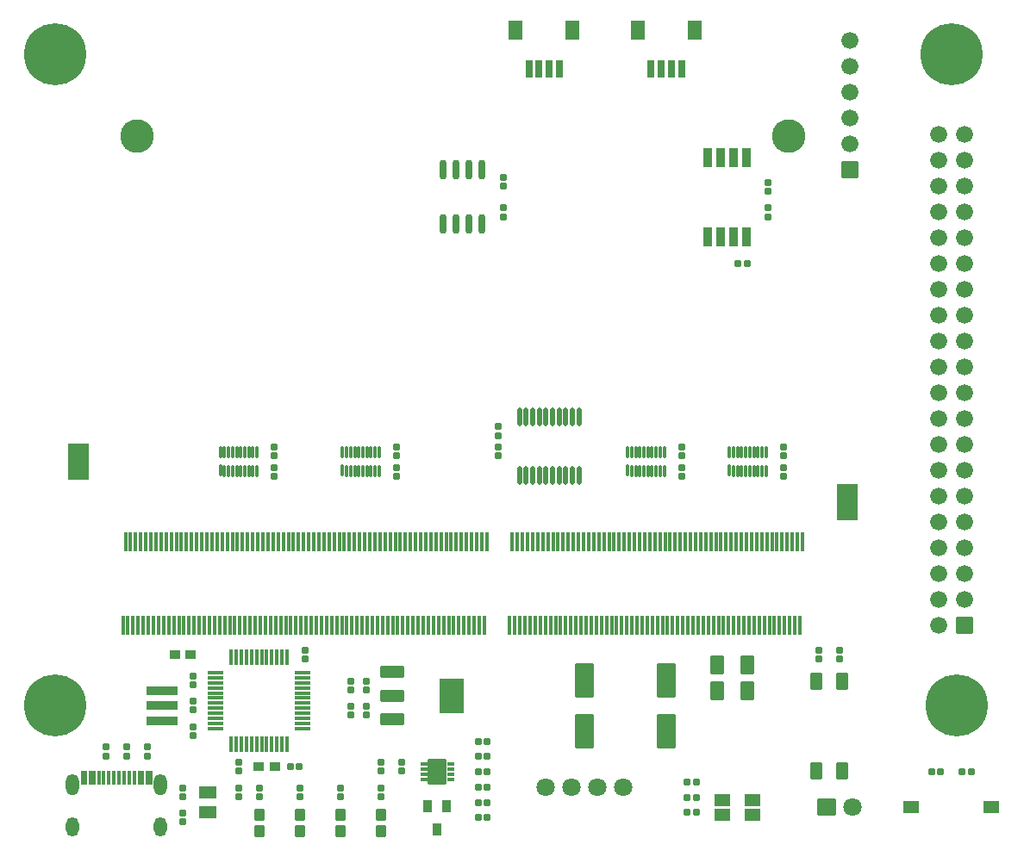
<source format=gts>
G04 Layer: TopSolderMaskLayer*
G04 EasyEDA v6.5.22, 2022-12-22 19:42:36*
G04 63d54b84b90b4e81b1216e971f4bcc08,b137401b17fb4d15a04862e99c0880a0,10*
G04 Gerber Generator version 0.2*
G04 Scale: 100 percent, Rotated: No, Reflected: No *
G04 Dimensions in millimeters *
G04 leading zeros omitted , absolute positions ,4 integer and 5 decimal *
%FSLAX45Y45*%
%MOMM*%

%AMMACRO1*1,1,$1,$2,$3*1,1,$1,$4,$5*1,1,$1,0-$2,0-$3*1,1,$1,0-$4,0-$5*20,1,$1,$2,$3,$4,$5,0*20,1,$1,$4,$5,0-$2,0-$3,0*20,1,$1,0-$2,0-$3,0-$4,0-$5,0*20,1,$1,0-$4,0-$5,$2,$3,0*4,1,4,$2,$3,$4,$5,0-$2,0-$3,0-$4,0-$5,$2,$3,0*%
%ADD10MACRO1,0.1016X-1X1.75X1X1.75*%
%ADD11MACRO1,0.1016X-0.15X0.9X0.15X0.9*%
%ADD12MACRO1,0.1X-0.15X0.65X0.15X0.65*%
%ADD13O,1.3015976000000002X1.9015964*%
%ADD14O,1.3015976000000002X2.1015960000000002*%
%ADD15MACRO1,0.1016X-0.55X-0.762X-0.55X0.762*%
%ADD16MACRO1,0.1016X0.75X-0.5X-0.75X-0.5*%
%ADD17MACRO1,0.1016X0.27X-0.2828X-0.27X-0.2828*%
%ADD18MACRO1,0.1016X0.27X0.2828X-0.27X0.2828*%
%ADD19MACRO1,0.1016X0.4X0.5X0.4X-0.5*%
%ADD20MACRO1,0.2032X0.775X0.5X0.775X-0.5*%
%ADD21MACRO1,0.2032X1.075X0.475X1.075X-0.475*%
%ADD22MACRO1,0.2032X1.1X1.625X1.1X-1.625*%
%ADD23MACRO1,0.1016X-0.27X0.2828X0.27X0.2828*%
%ADD24MACRO1,0.1016X-0.27X-0.2828X0.27X-0.2828*%
%ADD25MACRO1,0.1016X-0.2828X-0.27X-0.2828X0.27*%
%ADD26MACRO1,0.1016X0.2828X-0.27X0.2828X0.27*%
%ADD27MACRO1,0.1016X0.2828X0.27X0.2828X-0.27*%
%ADD28MACRO1,0.1016X-0.2828X0.27X-0.2828X-0.27*%
%ADD29MACRO1,0.2032X-0.4X-0.45X-0.4X0.45*%
%ADD30MACRO1,0.1016X-0.85X0.7874X0.85X0.7874*%
%ADD31C,1.8016*%
%ADD32MACRO1,0.1016X-0.7874X-0.7874X-0.7874X0.7874*%
%ADD33C,1.6764*%
%ADD34MACRO1,0.1016X0.3X-0.775X-0.3X-0.775*%
%ADD35MACRO1,0.1016X0.6X-0.9X-0.6X-0.9*%
%ADD36MACRO1,0.1016X0.45X-0.4X-0.45X-0.4*%
%ADD37MACRO1,0.1016X-0.45X0.4X0.45X0.4*%
%ADD38MACRO1,0.1016X-0.6038X-0.8505X-0.6038X0.8505*%
%ADD39MACRO1,0.1016X0.6038X-0.8505X0.6038X0.8505*%
%ADD40MACRO1,0.2032X0.8X1.6X0.8X-1.6*%
%ADD41O,0.3700272X1.6000222*%
%ADD42O,1.6000222X0.3700272*%
%ADD43O,0.4656074X1.8436082*%
%ADD44MACRO1,0.1016X-0.75X-0.5X-0.75X0.5*%
%ADD45MACRO1,0.1016X0.85X1.2X0.85X-1.2*%
%ADD46MACRO1,0.1016X0.25X0.15X0.25X-0.15*%
%ADD47MACRO1,0.1X1.5X0.35X1.5X-0.35*%
%ADD48MACRO1,0.1016X-0.1X0.55X0.1X0.55*%
%ADD49MACRO1,0.1016X-0.1X0.5X0.1X0.5*%
%ADD50O,0.7315962X1.9665949999999999*%
%ADD51MACRO1,0.1X0.35X-0.9X-0.35X-0.9*%
%ADD52C,6.1016*%
%ADD53C,3.3016*%
%ADD54C,0.0129*%

%LPD*%
D10*
G01*
X3775011Y-1599991D03*
G01*
X-3774986Y-1199992D03*
D11*
G01*
X3337516Y-1989988D03*
G01*
X3312497Y-2810001D03*
G01*
X3287504Y-1989988D03*
G01*
X3262485Y-2810001D03*
G01*
X3237517Y-1989988D03*
G01*
X3212498Y-2810001D03*
G01*
X3187504Y-1989988D03*
G01*
X3162485Y-2810001D03*
G01*
X3137517Y-1989988D03*
G01*
X3112498Y-2810001D03*
G01*
X3087504Y-1989988D03*
G01*
X3062485Y-2810001D03*
G01*
X3037517Y-1989988D03*
G01*
X3012498Y-2810001D03*
G01*
X2987504Y-1989988D03*
G01*
X2962485Y-2810001D03*
G01*
X2937517Y-1989988D03*
G01*
X2912498Y-2810001D03*
G01*
X2887505Y-1989988D03*
G01*
X2862486Y-2810001D03*
G01*
X2837517Y-1989988D03*
G01*
X2812498Y-2810001D03*
G01*
X2787505Y-1989988D03*
G01*
X2762486Y-2810001D03*
G01*
X2737518Y-1989988D03*
G01*
X2712499Y-2810001D03*
G01*
X2687505Y-1989988D03*
G01*
X2662486Y-2810001D03*
G01*
X2637518Y-1989988D03*
G01*
X2612499Y-2810001D03*
G01*
X2587505Y-1989988D03*
G01*
X2562486Y-2810001D03*
G01*
X2537518Y-1989988D03*
G01*
X2512499Y-2810001D03*
G01*
X2487505Y-1989988D03*
G01*
X2462486Y-2810001D03*
G01*
X2437518Y-1989988D03*
G01*
X2412499Y-2810001D03*
G01*
X2387506Y-1989988D03*
G01*
X2362487Y-2810001D03*
G01*
X2337518Y-1989988D03*
G01*
X2312499Y-2810001D03*
G01*
X2287506Y-1989988D03*
G01*
X2262487Y-2810001D03*
G01*
X2237493Y-1989988D03*
G01*
X2212474Y-2810001D03*
G01*
X2187506Y-1989988D03*
G01*
X2162487Y-2810001D03*
G01*
X2137519Y-1989988D03*
G01*
X2112500Y-2810001D03*
G01*
X2087506Y-1989988D03*
G01*
X2062487Y-2810001D03*
G01*
X2037519Y-1989988D03*
G01*
X2012500Y-2810001D03*
G01*
X1987506Y-1989988D03*
G01*
X1962487Y-2810001D03*
G01*
X1937494Y-1989988D03*
G01*
X1912475Y-2810001D03*
G01*
X1887507Y-1989988D03*
G01*
X1862488Y-2810001D03*
G01*
X1837494Y-1989988D03*
G01*
X1812475Y-2810001D03*
G01*
X1787507Y-1989988D03*
G01*
X1762488Y-2810001D03*
G01*
X1737494Y-1989988D03*
G01*
X1712475Y-2810001D03*
G01*
X1687507Y-1989988D03*
G01*
X1662488Y-2810001D03*
G01*
X1637494Y-1989988D03*
G01*
X1612501Y-2810001D03*
G01*
X1587507Y-1989988D03*
G01*
X1562488Y-2810001D03*
G01*
X1537495Y-1989988D03*
G01*
X1512501Y-2810001D03*
G01*
X1487507Y-1989988D03*
G01*
X1462488Y-2810001D03*
G01*
X1437495Y-1989988D03*
G01*
X1412476Y-2810001D03*
G01*
X1387508Y-1989988D03*
G01*
X1362489Y-2810001D03*
G01*
X1337495Y-1989988D03*
G01*
X1312476Y-2810001D03*
G01*
X1287508Y-1989988D03*
G01*
X1262489Y-2810001D03*
G01*
X1237521Y-1989988D03*
G01*
X1212502Y-2810001D03*
G01*
X1187508Y-1989988D03*
G01*
X1162489Y-2810001D03*
G01*
X1137521Y-1989988D03*
G01*
X1112502Y-2810001D03*
G01*
X1087508Y-1989988D03*
G01*
X1062489Y-2810001D03*
G01*
X1037496Y-1989988D03*
G01*
X1012477Y-2810001D03*
G01*
X987508Y-1989988D03*
G01*
X962489Y-2810001D03*
G01*
X937496Y-1989988D03*
G01*
X912477Y-2810001D03*
G01*
X887509Y-1989988D03*
G01*
X862490Y-2810001D03*
G01*
X837496Y-1989988D03*
G01*
X812477Y-2810001D03*
G01*
X787509Y-1989988D03*
G01*
X762490Y-2810001D03*
G01*
X737496Y-1989988D03*
G01*
X712477Y-2810001D03*
G01*
X687509Y-1989988D03*
G01*
X662490Y-2810001D03*
G01*
X637496Y-1989988D03*
G01*
X612477Y-2810001D03*
G01*
X587509Y-1989988D03*
G01*
X562490Y-2810001D03*
G01*
X537497Y-1989988D03*
G01*
X512478Y-2810001D03*
G01*
X487509Y-1989988D03*
G01*
X462490Y-2810001D03*
G01*
X237497Y-1989988D03*
G01*
X212478Y-2810001D03*
G01*
X187510Y-1989988D03*
G01*
X162491Y-2810001D03*
G01*
X137497Y-1989988D03*
G01*
X112478Y-2810001D03*
G01*
X87510Y-1989988D03*
G01*
X62491Y-2810001D03*
G01*
X37498Y-1989988D03*
G01*
X12479Y-2810001D03*
G01*
X-12489Y-1989988D03*
G01*
X-37508Y-2810001D03*
G01*
X-62501Y-1989988D03*
G01*
X-87520Y-2810001D03*
G01*
X-112488Y-1989988D03*
G01*
X-137507Y-2810001D03*
G01*
X-162501Y-1989988D03*
G01*
X-187520Y-2810001D03*
G01*
X-212488Y-1989988D03*
G01*
X-237507Y-2810001D03*
G01*
X-262501Y-1989988D03*
G01*
X-287520Y-2810001D03*
G01*
X-312488Y-1989988D03*
G01*
X-337507Y-2810001D03*
G01*
X-362501Y-1989988D03*
G01*
X-387520Y-2810001D03*
G01*
X-412488Y-1989988D03*
G01*
X-437507Y-2810001D03*
G01*
X-462500Y-1989988D03*
G01*
X-487519Y-2810001D03*
G01*
X-512488Y-1989988D03*
G01*
X-537507Y-2810001D03*
G01*
X-562500Y-1989988D03*
G01*
X-587519Y-2810001D03*
G01*
X-612487Y-1989988D03*
G01*
X-637506Y-2810001D03*
G01*
X-662500Y-1989988D03*
G01*
X-687519Y-2810001D03*
G01*
X-712487Y-1989988D03*
G01*
X-737506Y-2810001D03*
G01*
X-762500Y-1989988D03*
G01*
X-787519Y-2810001D03*
G01*
X-812487Y-1989988D03*
G01*
X-837506Y-2810001D03*
G01*
X-862500Y-1989988D03*
G01*
X-887519Y-2810001D03*
G01*
X-912487Y-1989988D03*
G01*
X-937506Y-2810001D03*
G01*
X-962499Y-1989988D03*
G01*
X-987518Y-2810001D03*
G01*
X-1012487Y-1989988D03*
G01*
X-1037506Y-2810001D03*
G01*
X-1062499Y-1989988D03*
G01*
X-1087518Y-2810001D03*
G01*
X-1112486Y-1989988D03*
G01*
X-1137505Y-2810001D03*
G01*
X-1162499Y-1989988D03*
G01*
X-1187518Y-2810001D03*
G01*
X-1212486Y-1989988D03*
G01*
X-1237505Y-2810001D03*
G01*
X-1262499Y-1989988D03*
G01*
X-1287518Y-2810001D03*
G01*
X-1312486Y-1989988D03*
G01*
X-1337505Y-2810001D03*
G01*
X-1362499Y-1989988D03*
G01*
X-1387518Y-2810001D03*
G01*
X-1412486Y-1989988D03*
G01*
X-1437505Y-2810001D03*
G01*
X-1462498Y-1989988D03*
G01*
X-1487517Y-2810001D03*
G01*
X-1512486Y-1989988D03*
G01*
X-1537505Y-2810001D03*
G01*
X-1562498Y-1989988D03*
G01*
X-1587517Y-2810001D03*
G01*
X-1612485Y-1989988D03*
G01*
X-1637504Y-2810001D03*
G01*
X-1662498Y-1989988D03*
G01*
X-1687517Y-2810001D03*
G01*
X-1712485Y-1989988D03*
G01*
X-1737504Y-2810001D03*
G01*
X-1762498Y-1989988D03*
G01*
X-1787517Y-2810001D03*
G01*
X-1812485Y-1989988D03*
G01*
X-1837504Y-2810001D03*
G01*
X-1862498Y-1989988D03*
G01*
X-1887517Y-2810001D03*
G01*
X-1912485Y-1989988D03*
G01*
X-1937504Y-2810001D03*
G01*
X-1962497Y-1989988D03*
G01*
X-1987516Y-2810001D03*
G01*
X-2012485Y-1989988D03*
G01*
X-2037504Y-2810001D03*
G01*
X-2062497Y-1989988D03*
G01*
X-2087516Y-2810001D03*
G01*
X-2112484Y-1989988D03*
G01*
X-2137503Y-2810001D03*
G01*
X-2162497Y-1989988D03*
G01*
X-2187516Y-2810001D03*
G01*
X-2212484Y-1989988D03*
G01*
X-2237503Y-2810001D03*
G01*
X-2262497Y-1989988D03*
G01*
X-2287516Y-2810001D03*
G01*
X-2312484Y-1989988D03*
G01*
X-2337503Y-2810001D03*
G01*
X-2362497Y-1989988D03*
G01*
X-2387516Y-2810001D03*
G01*
X-2412484Y-1989988D03*
G01*
X-2437503Y-2810001D03*
G01*
X-2462496Y-1989988D03*
G01*
X-2487515Y-2810001D03*
G01*
X-2512484Y-1989988D03*
G01*
X-2537503Y-2810001D03*
G01*
X-2562496Y-1989988D03*
G01*
X-2587515Y-2810001D03*
G01*
X-2612483Y-1989988D03*
G01*
X-2637502Y-2810001D03*
G01*
X-2662496Y-1989988D03*
G01*
X-2687515Y-2810001D03*
G01*
X-2712483Y-1989988D03*
G01*
X-2737502Y-2810001D03*
G01*
X-2762496Y-1989988D03*
G01*
X-2787515Y-2810001D03*
G01*
X-2812483Y-1989988D03*
G01*
X-2837502Y-2810001D03*
G01*
X-2862496Y-1989988D03*
G01*
X-2887515Y-2810001D03*
G01*
X-2912483Y-1989988D03*
G01*
X-2937502Y-2810001D03*
G01*
X-2962495Y-1989988D03*
G01*
X-2987514Y-2810001D03*
G01*
X-3012483Y-1989988D03*
G01*
X-3037502Y-2810001D03*
G01*
X-3062495Y-1989988D03*
G01*
X-3087514Y-2810001D03*
G01*
X-3112482Y-1989988D03*
G01*
X-3137501Y-2810001D03*
G01*
X-3162495Y-1989988D03*
G01*
X-3187514Y-2810001D03*
G01*
X-3212482Y-1989988D03*
G01*
X-3237501Y-2810001D03*
G01*
X-3262495Y-1989988D03*
G01*
X-3287514Y-2810001D03*
G01*
X-3312482Y-1989988D03*
G01*
X-3337501Y-2810001D03*
D12*
G01*
X-3734995Y-4308480D03*
G01*
X-3704997Y-4308480D03*
G01*
X-3654985Y-4308480D03*
G01*
X-3624987Y-4308480D03*
G01*
X-3575000Y-4308485D03*
G01*
X-3524987Y-4308482D03*
G01*
X-3475000Y-4308480D03*
G01*
X-3424988Y-4308482D03*
G01*
X-3375000Y-4308480D03*
G01*
X-3324988Y-4308482D03*
G01*
X-3224988Y-4308482D03*
G01*
X-3175001Y-4308502D03*
G01*
X-3144978Y-4308502D03*
G01*
X-3094991Y-4308482D03*
G01*
X-3064993Y-4308482D03*
G01*
X-3275026Y-4308485D03*
D13*
G01*
X-3831996Y-4791506D03*
G01*
X-2967989Y-4791506D03*
D14*
G01*
X-2967989Y-4373498D03*
G01*
X-3831996Y-4373498D03*
D15*
G01*
X3726992Y-4240900D03*
G01*
X3726992Y-3359094D03*
G01*
X3472992Y-3359101D03*
G01*
X3472992Y-4240900D03*
D16*
G01*
X4404991Y-4599990D03*
G01*
X5194989Y-4599990D03*
D17*
G01*
X-3299993Y-4006709D03*
D18*
G01*
X-3299993Y-4093274D03*
D19*
G01*
X-345000Y-4584989D03*
G01*
X-250004Y-4814991D03*
G01*
X-154998Y-4584992D03*
D20*
G01*
X-2499994Y-4649990D03*
G01*
X-2499994Y-4449991D03*
D21*
G01*
X-690049Y-3269917D03*
G01*
X-690049Y-3499916D03*
G01*
X-690049Y-3729916D03*
D22*
G01*
X-110050Y-3499916D03*
D23*
G01*
X-2199893Y-4493159D03*
D24*
G01*
X-2199893Y-4406593D03*
D23*
G01*
X-2199893Y-4243223D03*
D24*
G01*
X-2199893Y-4156657D03*
D17*
G01*
X-2649981Y-3806645D03*
D18*
G01*
X-2649981Y-3893211D03*
D23*
G01*
X-2649981Y-3643275D03*
D24*
G01*
X-2649981Y-3556709D03*
D25*
G01*
X243180Y-4700066D03*
D26*
G01*
X156615Y-4700066D03*
D17*
G01*
X-800100Y-4406593D03*
D18*
G01*
X-800100Y-4493159D03*
D27*
G01*
X156615Y-4400092D03*
D28*
G01*
X243180Y-4400092D03*
D25*
G01*
X243180Y-4249978D03*
D26*
G01*
X156615Y-4249978D03*
D23*
G01*
X-1599946Y-4493159D03*
D24*
G01*
X-1599946Y-4406593D03*
D23*
G01*
X-1999996Y-4493159D03*
D24*
G01*
X-1999996Y-4406593D03*
D23*
G01*
X-1199896Y-4493159D03*
D24*
G01*
X-1199896Y-4406593D03*
D23*
G01*
X-2750057Y-4743349D03*
D24*
G01*
X-2750057Y-4656783D03*
D27*
G01*
X2206649Y-4650028D03*
D28*
G01*
X2293214Y-4650028D03*
D17*
G01*
X-3499865Y-4006797D03*
D18*
G01*
X-3499865Y-4093363D03*
D27*
G01*
X2206649Y-4499914D03*
D28*
G01*
X2293214Y-4499914D03*
D27*
G01*
X2206649Y-4350054D03*
D28*
G01*
X2293214Y-4350054D03*
D23*
G01*
X-2750057Y-4493159D03*
D24*
G01*
X-2750057Y-4406593D03*
D25*
G01*
X4693260Y-4249978D03*
D26*
G01*
X4606695Y-4249978D03*
D25*
G01*
X2793137Y750011D03*
D26*
G01*
X2706571Y750011D03*
D17*
G01*
X3700018Y-3056837D03*
D18*
G01*
X3700018Y-3143403D03*
D17*
G01*
X3500120Y-3056837D03*
D18*
G01*
X3500120Y-3143403D03*
D29*
G01*
X-800100Y-4670103D03*
G01*
X-800100Y-4830105D03*
G01*
X-1599946Y-4670103D03*
G01*
X-1599946Y-4830105D03*
G01*
X-1999996Y-4670103D03*
G01*
X-1999996Y-4830105D03*
G01*
X-1199896Y-4670103D03*
G01*
X-1199896Y-4830105D03*
D30*
G01*
X3573019Y-4599990D03*
D31*
G01*
X3827018Y-4599990D03*
D32*
G01*
X4927092Y-2813100D03*
D33*
G01*
X4673091Y-2813100D03*
G01*
X4927091Y-2559100D03*
G01*
X4673091Y-2559100D03*
G01*
X4927091Y-2305100D03*
G01*
X4673091Y-2305100D03*
G01*
X4927091Y-2051100D03*
G01*
X4673091Y-2051100D03*
G01*
X4927091Y-1797100D03*
G01*
X4673091Y-1797100D03*
G01*
X4927091Y-1543100D03*
G01*
X4673091Y-1543100D03*
G01*
X4927091Y-1289100D03*
G01*
X4673091Y-1289100D03*
G01*
X4927091Y-1035100D03*
G01*
X4673091Y-1035100D03*
G01*
X4927091Y-781100D03*
G01*
X4673091Y-781100D03*
G01*
X4927091Y-527100D03*
G01*
X4673091Y-527100D03*
G01*
X4927091Y-273100D03*
G01*
X4673091Y-273100D03*
G01*
X4927091Y-19100D03*
G01*
X4673091Y-19100D03*
G01*
X4927091Y234899D03*
G01*
X4673091Y234899D03*
G01*
X4927091Y488899D03*
G01*
X4673091Y488899D03*
G01*
X4927091Y742899D03*
G01*
X4673091Y742899D03*
G01*
X4927091Y996899D03*
G01*
X4673091Y996899D03*
G01*
X4927091Y1250899D03*
G01*
X4673091Y1250899D03*
G01*
X4927091Y1504899D03*
G01*
X4673091Y1504899D03*
G01*
X4927091Y1758899D03*
G01*
X4673091Y1758899D03*
G01*
X4927091Y2012899D03*
G01*
X4673091Y2012899D03*
G01*
X3800093Y2934919D03*
G01*
X3800093Y2680919D03*
G01*
X3800093Y2426919D03*
G01*
X3800093Y2172919D03*
G01*
X3800093Y1918919D03*
D32*
G01*
X3800094Y1664919D03*
D31*
G01*
X818895Y-4400092D03*
G01*
X1072895Y-4400092D03*
G01*
X1326895Y-4400092D03*
G01*
X1580895Y-4400092D03*
D34*
G01*
X850051Y2656281D03*
G01*
X950051Y2656281D03*
G01*
X650036Y2656329D03*
G01*
X750034Y2656328D03*
D35*
G01*
X1080074Y3043831D03*
G01*
X520067Y3043880D03*
D34*
G01*
X2049947Y2656281D03*
G01*
X2149947Y2656281D03*
G01*
X1849932Y2656329D03*
G01*
X1949930Y2656328D03*
D35*
G01*
X2279970Y3043831D03*
G01*
X1719963Y3043880D03*
D36*
G01*
X-1845217Y-4199926D03*
G01*
X-2005219Y-4199926D03*
D24*
G01*
X-2649981Y-3306773D03*
D23*
G01*
X-2649981Y-3393339D03*
D18*
G01*
X-1549907Y-3143403D03*
D17*
G01*
X-1549907Y-3056837D03*
D26*
G01*
X-1693266Y-4199940D03*
D25*
G01*
X-1606701Y-4199940D03*
D37*
G01*
X-2829906Y-3100134D03*
G01*
X-2669904Y-3100134D03*
D28*
G01*
X243180Y-4549952D03*
D27*
G01*
X156615Y-4549952D03*
D28*
G01*
X243180Y-4100118D03*
D27*
G01*
X156615Y-4100118D03*
D28*
G01*
X243180Y-3950004D03*
D27*
G01*
X156615Y-3950004D03*
D18*
G01*
X-599947Y-4243223D03*
D17*
G01*
X-599947Y-4156657D03*
D18*
G01*
X-800100Y-4243223D03*
D17*
G01*
X-800100Y-4156657D03*
D24*
G01*
X-949960Y-3356811D03*
D23*
G01*
X-949960Y-3443377D03*
D24*
G01*
X-1100073Y-3356811D03*
D23*
G01*
X-1100073Y-3443377D03*
D24*
G01*
X-949960Y-3606747D03*
D23*
G01*
X-949960Y-3693313D03*
D24*
G01*
X-1100073Y-3606747D03*
D23*
G01*
X-1100073Y-3693313D03*
D38*
G01*
X2797858Y-3449878D03*
D39*
G01*
X2502105Y-3449878D03*
D38*
G01*
X2797858Y-3199942D03*
D39*
G01*
X2502105Y-3199942D03*
D40*
G01*
X1999996Y-3349993D03*
G01*
X1999996Y-3849992D03*
G01*
X1199896Y-3349993D03*
G01*
X1199896Y-3849992D03*
D18*
G01*
X3150107Y-1143407D03*
D17*
G01*
X3150107Y-1056841D03*
D24*
G01*
X3150107Y-1256739D03*
D23*
G01*
X3150107Y-1343305D03*
D18*
G01*
X2150110Y-1143407D03*
D17*
G01*
X2150110Y-1056841D03*
D24*
G01*
X2150110Y-1256739D03*
D23*
G01*
X2150110Y-1343305D03*
D18*
G01*
X350011Y-943255D03*
D17*
G01*
X350011Y-856689D03*
D24*
G01*
X350011Y-1056841D03*
D23*
G01*
X350011Y-1143407D03*
D18*
G01*
X-649985Y-1143407D03*
D17*
G01*
X-649985Y-1056841D03*
D24*
G01*
X-649985Y-1256739D03*
D23*
G01*
X-649985Y-1343305D03*
D18*
G01*
X-1849881Y-1143407D03*
D17*
G01*
X-1849881Y-1056841D03*
D24*
G01*
X-1849881Y-1256739D03*
D23*
G01*
X-1849881Y-1343305D03*
D24*
G01*
X-3100069Y-4006797D03*
D23*
G01*
X-3100069Y-4093363D03*
D24*
G01*
X400050Y1593305D03*
D23*
G01*
X400050Y1506739D03*
D18*
G01*
X400050Y1206765D03*
D17*
G01*
X400050Y1293331D03*
D28*
G01*
X4993234Y-4249978D03*
D27*
G01*
X4906669Y-4249978D03*
D18*
G01*
X2999790Y1206854D03*
D17*
G01*
X2999790Y1293420D03*
D24*
G01*
X2999790Y1543356D03*
D23*
G01*
X2999790Y1456790D03*
D41*
G01*
X-2275001Y-3974947D03*
G01*
X-2224989Y-3974947D03*
G01*
X-2175002Y-3974947D03*
G01*
X-2124989Y-3974947D03*
G01*
X-2075002Y-3974947D03*
G01*
X-2024989Y-3974947D03*
G01*
X-1975002Y-3974947D03*
G01*
X-1924989Y-3974947D03*
G01*
X-1875002Y-3974947D03*
G01*
X-1824989Y-3974947D03*
G01*
X-1775002Y-3974947D03*
G01*
X-1724990Y-3974947D03*
D42*
G01*
X-1575003Y-3824960D03*
G01*
X-1575003Y-3774947D03*
G01*
X-1575003Y-3724960D03*
G01*
X-1575003Y-3674948D03*
G01*
X-1575003Y-3624961D03*
G01*
X-1575003Y-3574948D03*
G01*
X-1575003Y-3524961D03*
G01*
X-1575003Y-3474948D03*
G01*
X-1575003Y-3424961D03*
G01*
X-1575003Y-3374948D03*
G01*
X-1575003Y-3324961D03*
G01*
X-1575003Y-3274948D03*
D41*
G01*
X-1724990Y-3124962D03*
G01*
X-1775002Y-3124962D03*
G01*
X-1824989Y-3124962D03*
G01*
X-1875002Y-3124962D03*
G01*
X-1924989Y-3124962D03*
G01*
X-1975002Y-3124962D03*
G01*
X-2024989Y-3124962D03*
G01*
X-2075002Y-3124962D03*
G01*
X-2124989Y-3124962D03*
G01*
X-2175002Y-3124962D03*
G01*
X-2224989Y-3124962D03*
G01*
X-2275001Y-3124962D03*
D42*
G01*
X-2424988Y-3274948D03*
G01*
X-2424988Y-3324961D03*
G01*
X-2424988Y-3374948D03*
G01*
X-2424988Y-3424961D03*
G01*
X-2424988Y-3474948D03*
G01*
X-2424988Y-3524961D03*
G01*
X-2424988Y-3574948D03*
G01*
X-2424988Y-3624961D03*
G01*
X-2424988Y-3674948D03*
G01*
X-2424988Y-3724960D03*
G01*
X-2424988Y-3774947D03*
G01*
X-2424988Y-3824960D03*
D43*
G01*
X557377Y-1337182D03*
G01*
X622376Y-1337182D03*
G01*
X687374Y-1337182D03*
G01*
X752373Y-1337182D03*
G01*
X817397Y-1337182D03*
G01*
X882395Y-1337182D03*
G01*
X947394Y-1337182D03*
G01*
X1012393Y-1337182D03*
G01*
X1077391Y-1337182D03*
G01*
X1142390Y-1337182D03*
G01*
X557377Y-762990D03*
G01*
X622376Y-762990D03*
G01*
X687374Y-762990D03*
G01*
X752373Y-762990D03*
G01*
X817397Y-762990D03*
G01*
X882395Y-762990D03*
G01*
X947394Y-762990D03*
G01*
X1012393Y-762990D03*
G01*
X1077391Y-762990D03*
G01*
X1142390Y-762990D03*
D44*
G01*
X2550021Y-4529990D03*
G01*
X2850019Y-4529990D03*
G01*
X2550021Y-4669990D03*
G01*
X2850020Y-4669990D03*
D45*
G01*
X-252600Y-4249879D03*
D46*
G01*
X-117600Y-4324880D03*
G01*
X-117600Y-4274880D03*
G01*
X-117600Y-4224878D03*
G01*
X-117600Y-4174878D03*
G01*
X-382601Y-4324880D03*
G01*
X-382601Y-4274880D03*
G01*
X-382601Y-4224878D03*
G01*
X-382601Y-4174878D03*
D47*
G01*
X-2949943Y-3449980D03*
G01*
X-2949943Y-3599980D03*
G01*
X-2949943Y-3749979D03*
D48*
G01*
X2620010Y-1285118D03*
D49*
G01*
X2660009Y-1290116D03*
G01*
X2700009Y-1290116D03*
G01*
X2740009Y-1290116D03*
G01*
X2780009Y-1290116D03*
G01*
X2820009Y-1290116D03*
G01*
X2860009Y-1290116D03*
G01*
X2900009Y-1290116D03*
G01*
X2940009Y-1290116D03*
G01*
X2980009Y-1290116D03*
G01*
X2980009Y-1110117D03*
G01*
X2940009Y-1110117D03*
G01*
X2900009Y-1110117D03*
G01*
X2860009Y-1110117D03*
G01*
X2820009Y-1110117D03*
G01*
X2780009Y-1110117D03*
G01*
X2740009Y-1110117D03*
G01*
X2700009Y-1110117D03*
G01*
X2660009Y-1110117D03*
G01*
X2620010Y-1110117D03*
D48*
G01*
X1620011Y-1285118D03*
D49*
G01*
X1660011Y-1290116D03*
G01*
X1700011Y-1290116D03*
G01*
X1740011Y-1290116D03*
G01*
X1780011Y-1290116D03*
G01*
X1820011Y-1290116D03*
G01*
X1860011Y-1290116D03*
G01*
X1900011Y-1290116D03*
G01*
X1940011Y-1290116D03*
G01*
X1980011Y-1290116D03*
G01*
X1980011Y-1110117D03*
G01*
X1940011Y-1110117D03*
G01*
X1900011Y-1110117D03*
G01*
X1860011Y-1110117D03*
G01*
X1820011Y-1110117D03*
G01*
X1780011Y-1110117D03*
G01*
X1740011Y-1110117D03*
G01*
X1700011Y-1110117D03*
G01*
X1660011Y-1110117D03*
G01*
X1620011Y-1110117D03*
D48*
G01*
X-1180084Y-1285118D03*
D49*
G01*
X-1140084Y-1290116D03*
G01*
X-1100084Y-1290116D03*
G01*
X-1060084Y-1290116D03*
G01*
X-1020084Y-1290116D03*
G01*
X-980084Y-1290116D03*
G01*
X-940084Y-1290116D03*
G01*
X-900084Y-1290116D03*
G01*
X-860084Y-1290116D03*
G01*
X-820084Y-1290116D03*
G01*
X-820084Y-1110117D03*
G01*
X-860084Y-1110117D03*
G01*
X-900084Y-1110117D03*
G01*
X-940084Y-1110117D03*
G01*
X-980084Y-1110117D03*
G01*
X-1020084Y-1110117D03*
G01*
X-1060084Y-1110117D03*
G01*
X-1100084Y-1110117D03*
G01*
X-1140084Y-1110117D03*
G01*
X-1180084Y-1110117D03*
D48*
G01*
X-2379980Y-1285118D03*
D49*
G01*
X-2339980Y-1290116D03*
G01*
X-2299980Y-1290116D03*
G01*
X-2259980Y-1290116D03*
G01*
X-2219980Y-1290116D03*
G01*
X-2179980Y-1290116D03*
G01*
X-2139980Y-1290116D03*
G01*
X-2099980Y-1290116D03*
G01*
X-2059980Y-1290116D03*
G01*
X-2019980Y-1290116D03*
G01*
X-2019980Y-1110117D03*
G01*
X-2059980Y-1110117D03*
G01*
X-2099980Y-1110117D03*
G01*
X-2139980Y-1110117D03*
G01*
X-2179980Y-1110117D03*
G01*
X-2219980Y-1110117D03*
G01*
X-2259980Y-1110117D03*
G01*
X-2299980Y-1110117D03*
G01*
X-2339980Y-1110117D03*
G01*
X-2379980Y-1110117D03*
D50*
G01*
X190500Y1668145D03*
G01*
X63500Y1668145D03*
G01*
X-63500Y1668145D03*
G01*
X-190500Y1668145D03*
G01*
X190500Y1131646D03*
G01*
X63500Y1131646D03*
G01*
X-63500Y1131646D03*
G01*
X-190500Y1131646D03*
D51*
G01*
X2790494Y1789988D03*
G01*
X2663494Y1789988D03*
G01*
X2536494Y1789988D03*
G01*
X2409494Y1789988D03*
G01*
X2409494Y1010005D03*
G01*
X2536494Y1010005D03*
G01*
X2663494Y1010005D03*
G01*
X2790494Y1010005D03*
D52*
G01*
X-3999992Y-3599992D03*
G01*
X4850002Y-3599992D03*
G01*
X4799990Y2799994D03*
G01*
X-3999992Y2799994D03*
D53*
G01*
X3199993Y1999995D03*
G01*
X-3199993Y1999995D03*
M02*

</source>
